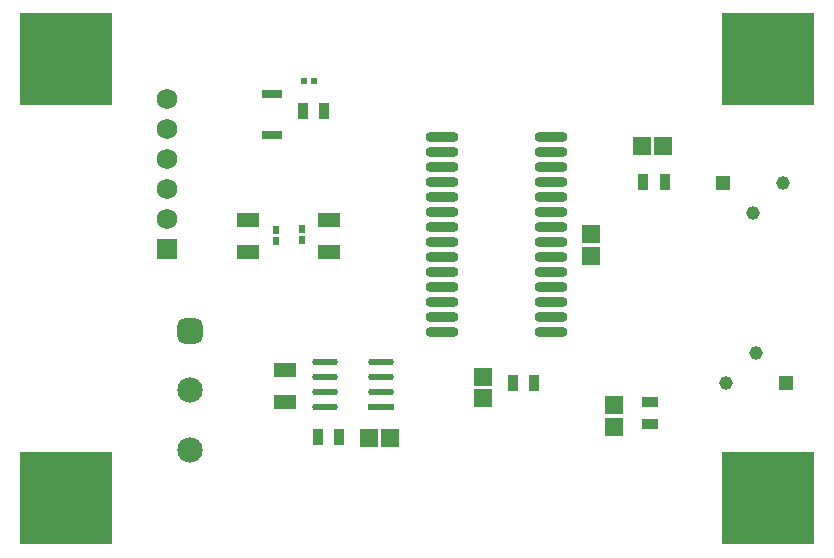
<source format=gts>
G04*
G04 #@! TF.GenerationSoftware,Altium Limited,Altium Designer,24.9.1 (31)*
G04*
G04 Layer_Color=8388736*
%FSLAX44Y44*%
%MOMM*%
G71*
G04*
G04 #@! TF.SameCoordinates,75EA1287-3778-4008-B1FA-0AB461243C17*
G04*
G04*
G04 #@! TF.FilePolarity,Negative*
G04*
G01*
G75*
%ADD16R,0.9500X1.4000*%
%ADD17R,1.5562X1.5046*%
%ADD18R,1.5046X1.5562*%
G04:AMPARAMS|DCode=20|XSize=2.1692mm|YSize=0.5821mm|CornerRadius=0.2911mm|HoleSize=0mm|Usage=FLASHONLY|Rotation=180.000|XOffset=0mm|YOffset=0mm|HoleType=Round|Shape=RoundedRectangle|*
%AMROUNDEDRECTD20*
21,1,2.1692,0.0000,0,0,180.0*
21,1,1.5870,0.5821,0,0,180.0*
1,1,0.5821,-0.7935,0.0000*
1,1,0.5821,0.7935,0.0000*
1,1,0.5821,0.7935,0.0000*
1,1,0.5821,-0.7935,0.0000*
%
%ADD20ROUNDEDRECTD20*%
%ADD21R,2.1692X0.5821*%
%ADD22R,0.5000X0.7000*%
%ADD23R,0.5654X0.5725*%
%ADD24R,1.7000X0.8000*%
%ADD26R,1.4000X0.9500*%
%ADD27O,2.8032X0.9032*%
%ADD28R,1.9032X1.1532*%
%ADD29R,7.8232X7.8232*%
%ADD30C,2.1532*%
G04:AMPARAMS|DCode=31|XSize=2.1532mm|YSize=2.1532mm|CornerRadius=0.5891mm|HoleSize=0mm|Usage=FLASHONLY|Rotation=270.000|XOffset=0mm|YOffset=0mm|HoleType=Round|Shape=RoundedRectangle|*
%AMROUNDEDRECTD31*
21,1,2.1532,0.9750,0,0,270.0*
21,1,0.9750,2.1532,0,0,270.0*
1,1,1.1782,-0.4875,-0.4875*
1,1,1.1782,-0.4875,0.4875*
1,1,1.1782,0.4875,0.4875*
1,1,1.1782,0.4875,-0.4875*
%
%ADD31ROUNDEDRECTD31*%
%ADD32R,1.7532X1.7532*%
%ADD33C,1.7532*%
%ADD34C,1.1500*%
%ADD35R,1.1500X1.1500*%
D16*
X809900Y482600D02*
D03*
X828400D02*
D03*
X920390Y652780D02*
D03*
X938890D02*
D03*
X663300Y436880D02*
D03*
X644800D02*
D03*
X650600Y712470D02*
D03*
X632100D02*
D03*
D17*
X784860Y469782D02*
D03*
Y487798D02*
D03*
X876300Y608448D02*
D03*
Y590432D02*
D03*
X895350Y463668D02*
D03*
Y445652D02*
D03*
D18*
X919362Y683260D02*
D03*
X937378D02*
D03*
X688222Y435610D02*
D03*
X706238D02*
D03*
D20*
X651228Y462280D02*
D03*
Y474980D02*
D03*
Y487680D02*
D03*
Y500380D02*
D03*
X698500D02*
D03*
Y487680D02*
D03*
Y474980D02*
D03*
D21*
Y462280D02*
D03*
D22*
X631600Y612830D02*
D03*
Y603830D02*
D03*
X609600Y603140D02*
D03*
Y612140D02*
D03*
D23*
X633004Y737870D02*
D03*
X642076D02*
D03*
D24*
X605790Y692930D02*
D03*
Y726930D02*
D03*
D26*
X925830Y466450D02*
D03*
Y447950D02*
D03*
D27*
X842010Y525780D02*
D03*
Y538480D02*
D03*
Y551180D02*
D03*
Y563880D02*
D03*
Y576580D02*
D03*
Y589280D02*
D03*
Y601980D02*
D03*
Y614680D02*
D03*
Y627380D02*
D03*
Y640080D02*
D03*
Y652780D02*
D03*
Y665480D02*
D03*
Y678180D02*
D03*
Y690880D02*
D03*
X750010Y525780D02*
D03*
Y538480D02*
D03*
Y551180D02*
D03*
Y563880D02*
D03*
Y576580D02*
D03*
Y589280D02*
D03*
Y601980D02*
D03*
Y614680D02*
D03*
Y627380D02*
D03*
Y640080D02*
D03*
Y652780D02*
D03*
Y665480D02*
D03*
Y678180D02*
D03*
Y690880D02*
D03*
D28*
X617220Y493810D02*
D03*
Y466310D02*
D03*
X585470Y593310D02*
D03*
Y620810D02*
D03*
X654050Y593310D02*
D03*
Y620810D02*
D03*
D29*
X431800Y756920D02*
D03*
X431800Y384810D02*
D03*
X1026160Y756920D02*
D03*
X1026160Y384810D02*
D03*
D30*
X537130Y426248D02*
D03*
Y476247D02*
D03*
D31*
Y526247D02*
D03*
D32*
X516890Y595630D02*
D03*
D33*
Y621030D02*
D03*
Y646430D02*
D03*
Y671830D02*
D03*
Y697230D02*
D03*
Y722630D02*
D03*
D34*
X1016000Y508000D02*
D03*
X990600Y482600D02*
D03*
X1013460Y626110D02*
D03*
X1038860Y651510D02*
D03*
D35*
X1041400Y482600D02*
D03*
X988060Y651510D02*
D03*
M02*

</source>
